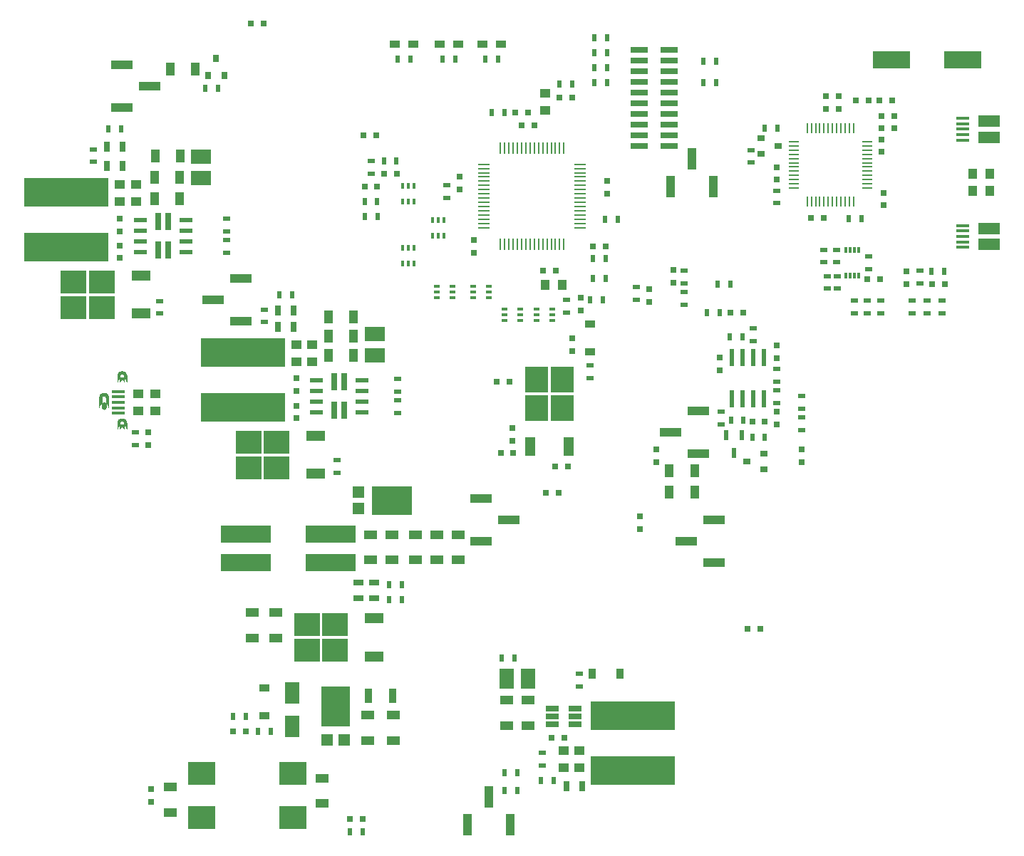
<source format=gbr>
G04 #@! TF.FileFunction,Paste,Top*
%FSLAX46Y46*%
G04 Gerber Fmt 4.6, Leading zero omitted, Abs format (unit mm)*
G04 Created by KiCad (PCBNEW 4.0.7) date 11/24/18 14:58:45*
%MOMM*%
%LPD*%
G01*
G04 APERTURE LIST*
%ADD10C,0.100000*%
%ADD11C,0.000100*%
%ADD12C,0.001000*%
%ADD13R,0.900000X0.500000*%
%ADD14R,0.750000X0.800000*%
%ADD15R,1.650000X0.400000*%
%ADD16R,2.500000X1.430000*%
%ADD17R,1.600000X1.000000*%
%ADD18R,0.800000X0.750000*%
%ADD19R,1.250000X1.000000*%
%ADD20R,1.000000X1.600000*%
%ADD21R,1.000000X1.250000*%
%ADD22R,1.800000X2.500000*%
%ADD23R,1.200000X0.900000*%
%ADD24R,0.900000X1.200000*%
%ADD25R,4.860000X3.360000*%
%ADD26R,1.400000X1.390000*%
%ADD27R,2.100000X0.750000*%
%ADD28R,1.700000X2.400000*%
%ADD29R,10.000000X3.500000*%
%ADD30R,2.400000X1.700000*%
%ADD31R,6.000000X2.150000*%
%ADD32R,2.200000X1.200000*%
%ADD33R,3.050000X2.750000*%
%ADD34R,0.900000X1.700000*%
%ADD35R,0.500000X0.900000*%
%ADD36R,0.700000X1.300000*%
%ADD37R,1.300000X0.700000*%
%ADD38R,1.200000X2.200000*%
%ADD39R,2.750000X3.050000*%
%ADD40R,3.360000X4.860000*%
%ADD41R,1.390000X1.400000*%
%ADD42R,0.400000X0.650000*%
%ADD43R,0.650000X0.400000*%
%ADD44R,1.000000X2.510000*%
%ADD45R,2.510000X1.000000*%
%ADD46R,3.200000X2.700000*%
%ADD47R,1.500000X0.450000*%
%ADD48R,0.100000X0.100000*%
%ADD49R,1.300000X0.250000*%
%ADD50R,0.250000X1.300000*%
%ADD51R,1.473200X0.279400*%
%ADD52R,0.279400X1.473200*%
%ADD53R,4.500000X2.000000*%
%ADD54R,1.560000X0.650000*%
%ADD55R,1.550000X0.600000*%
%ADD56R,0.705000X2.040000*%
%ADD57R,0.900000X0.800000*%
%ADD58R,0.800000X0.900000*%
%ADD59R,0.600000X2.000000*%
%ADD60R,0.300000X0.800000*%
%ADD61R,0.600000X1.300000*%
G04 APERTURE END LIST*
D10*
D11*
G36*
X11970020Y-46482020D02*
X11970020Y-45912020D01*
X11970020Y-45882894D01*
X11963860Y-45824911D01*
X11951610Y-45767903D01*
X11933400Y-45712510D01*
X11909440Y-45659351D01*
X11879990Y-45609023D01*
X11845390Y-45562088D01*
X11806030Y-45519073D01*
X11762330Y-45480460D01*
X11714810Y-45446680D01*
X11663970Y-45418110D01*
X11610410Y-45395080D01*
X11554710Y-45377830D01*
X11497490Y-45366570D01*
X11439410Y-45361420D01*
X11381110Y-45362430D01*
X11323250Y-45369600D01*
X11266460Y-45382850D01*
X11211390Y-45402020D01*
X11158660Y-45426910D01*
X11108860Y-45457230D01*
X11062530Y-45492640D01*
X11020210Y-45532751D01*
X10982360Y-45577110D01*
X10949420Y-45625220D01*
X10921740Y-45676543D01*
X10899650Y-45730503D01*
X10883380Y-45786496D01*
X10873110Y-45843896D01*
X10868980Y-45902058D01*
X10870020Y-45932020D01*
X10870020Y-46492020D01*
X11170020Y-46492020D01*
X11170020Y-45932020D01*
X11170020Y-45918930D01*
X11172760Y-45892870D01*
X11178200Y-45867238D01*
X11186300Y-45842316D01*
X11196960Y-45818378D01*
X11210060Y-45795684D01*
X11225460Y-45774484D01*
X11242990Y-45755010D01*
X11262470Y-45737475D01*
X11283660Y-45722072D01*
X11306360Y-45708969D01*
X11330290Y-45698309D01*
X11355220Y-45690211D01*
X11380850Y-45684762D01*
X11406910Y-45682021D01*
X11433110Y-45682020D01*
X11459170Y-45684758D01*
X11484800Y-45690205D01*
X11509720Y-45698301D01*
X11533660Y-45708958D01*
X11556360Y-45722059D01*
X11577560Y-45737460D01*
X11597030Y-45754993D01*
X11614570Y-45774465D01*
X11629970Y-45795664D01*
X11643070Y-45818356D01*
X11653730Y-45842294D01*
X11661830Y-45867215D01*
X11667280Y-45892846D01*
X11670020Y-45918906D01*
X11670020Y-45932020D01*
X11670020Y-46482020D01*
X11970020Y-46482020D01*
G37*
X11970020Y-46482020D02*
X11970020Y-45912020D01*
X11970020Y-45882894D01*
X11963860Y-45824911D01*
X11951610Y-45767903D01*
X11933400Y-45712510D01*
X11909440Y-45659351D01*
X11879990Y-45609023D01*
X11845390Y-45562088D01*
X11806030Y-45519073D01*
X11762330Y-45480460D01*
X11714810Y-45446680D01*
X11663970Y-45418110D01*
X11610410Y-45395080D01*
X11554710Y-45377830D01*
X11497490Y-45366570D01*
X11439410Y-45361420D01*
X11381110Y-45362430D01*
X11323250Y-45369600D01*
X11266460Y-45382850D01*
X11211390Y-45402020D01*
X11158660Y-45426910D01*
X11108860Y-45457230D01*
X11062530Y-45492640D01*
X11020210Y-45532751D01*
X10982360Y-45577110D01*
X10949420Y-45625220D01*
X10921740Y-45676543D01*
X10899650Y-45730503D01*
X10883380Y-45786496D01*
X10873110Y-45843896D01*
X10868980Y-45902058D01*
X10870020Y-45932020D01*
X10870020Y-46492020D01*
X11170020Y-46492020D01*
X11170020Y-45932020D01*
X11170020Y-45918930D01*
X11172760Y-45892870D01*
X11178200Y-45867238D01*
X11186300Y-45842316D01*
X11196960Y-45818378D01*
X11210060Y-45795684D01*
X11225460Y-45774484D01*
X11242990Y-45755010D01*
X11262470Y-45737475D01*
X11283660Y-45722072D01*
X11306360Y-45708969D01*
X11330290Y-45698309D01*
X11355220Y-45690211D01*
X11380850Y-45684762D01*
X11406910Y-45682021D01*
X11433110Y-45682020D01*
X11459170Y-45684758D01*
X11484800Y-45690205D01*
X11509720Y-45698301D01*
X11533660Y-45708958D01*
X11556360Y-45722059D01*
X11577560Y-45737460D01*
X11597030Y-45754993D01*
X11614570Y-45774465D01*
X11629970Y-45795664D01*
X11643070Y-45818356D01*
X11653730Y-45842294D01*
X11661830Y-45867215D01*
X11667280Y-45892846D01*
X11670020Y-45918906D01*
X11670020Y-45932020D01*
X11670020Y-46482020D01*
X11970020Y-46482020D01*
G36*
X10870020Y-46482020D02*
X10870020Y-47052020D01*
X10870020Y-47023531D01*
X10875910Y-46966811D01*
X10887640Y-46911004D01*
X10905070Y-46856707D01*
X10928020Y-46804503D01*
X10956240Y-46754951D01*
X10989430Y-46708582D01*
X11027240Y-46665893D01*
X11069260Y-46627341D01*
X11115040Y-46593338D01*
X11164090Y-46564251D01*
X11215880Y-46540389D01*
X11269860Y-46522009D01*
X11325460Y-46509308D01*
X11382070Y-46502422D01*
X11439080Y-46501424D01*
X11495900Y-46506325D01*
X11551900Y-46517073D01*
X11606490Y-46533553D01*
X11659090Y-46555588D01*
X11709130Y-46582941D01*
X11756070Y-46615321D01*
X11799410Y-46652379D01*
X11838690Y-46693719D01*
X11873490Y-46738898D01*
X11903430Y-46787432D01*
X11928190Y-46838801D01*
X11947510Y-46892455D01*
X11961180Y-46947818D01*
X11969050Y-47004297D01*
X11970020Y-47032020D01*
X11970020Y-46472020D01*
X11670020Y-46472020D01*
X11670020Y-47032020D01*
X11670020Y-47045110D01*
X11667280Y-47071170D01*
X11661840Y-47096802D01*
X11653740Y-47121724D01*
X11643080Y-47145662D01*
X11629980Y-47168356D01*
X11614580Y-47189556D01*
X11597050Y-47209030D01*
X11577570Y-47226565D01*
X11556380Y-47241968D01*
X11533680Y-47255071D01*
X11509750Y-47265731D01*
X11484820Y-47273829D01*
X11459190Y-47279278D01*
X11433130Y-47282019D01*
X11406930Y-47282020D01*
X11380870Y-47279282D01*
X11355240Y-47273835D01*
X11330320Y-47265739D01*
X11306380Y-47255082D01*
X11283680Y-47241981D01*
X11262480Y-47226580D01*
X11243010Y-47209047D01*
X11225470Y-47189575D01*
X11210070Y-47168376D01*
X11196970Y-47145684D01*
X11186310Y-47121746D01*
X11178210Y-47096825D01*
X11172760Y-47071194D01*
X11170020Y-47045134D01*
X11170020Y-47032020D01*
X11170020Y-46482020D01*
X10870020Y-46482020D01*
G37*
X10870020Y-46482020D02*
X10870020Y-47052020D01*
X10870020Y-47023531D01*
X10875910Y-46966811D01*
X10887640Y-46911004D01*
X10905070Y-46856707D01*
X10928020Y-46804503D01*
X10956240Y-46754951D01*
X10989430Y-46708582D01*
X11027240Y-46665893D01*
X11069260Y-46627341D01*
X11115040Y-46593338D01*
X11164090Y-46564251D01*
X11215880Y-46540389D01*
X11269860Y-46522009D01*
X11325460Y-46509308D01*
X11382070Y-46502422D01*
X11439080Y-46501424D01*
X11495900Y-46506325D01*
X11551900Y-46517073D01*
X11606490Y-46533553D01*
X11659090Y-46555588D01*
X11709130Y-46582941D01*
X11756070Y-46615321D01*
X11799410Y-46652379D01*
X11838690Y-46693719D01*
X11873490Y-46738898D01*
X11903430Y-46787432D01*
X11928190Y-46838801D01*
X11947510Y-46892455D01*
X11961180Y-46947818D01*
X11969050Y-47004297D01*
X11970020Y-47032020D01*
X11970020Y-46472020D01*
X11670020Y-46472020D01*
X11670020Y-47032020D01*
X11670020Y-47045110D01*
X11667280Y-47071170D01*
X11661840Y-47096802D01*
X11653740Y-47121724D01*
X11643080Y-47145662D01*
X11629980Y-47168356D01*
X11614580Y-47189556D01*
X11597050Y-47209030D01*
X11577570Y-47226565D01*
X11556380Y-47241968D01*
X11533680Y-47255071D01*
X11509750Y-47265731D01*
X11484820Y-47273829D01*
X11459190Y-47279278D01*
X11433130Y-47282019D01*
X11406930Y-47282020D01*
X11380870Y-47279282D01*
X11355240Y-47273835D01*
X11330320Y-47265739D01*
X11306380Y-47255082D01*
X11283680Y-47241981D01*
X11262480Y-47226580D01*
X11243010Y-47209047D01*
X11225470Y-47189575D01*
X11210070Y-47168376D01*
X11196970Y-47145684D01*
X11186310Y-47121746D01*
X11178210Y-47096825D01*
X11172760Y-47071194D01*
X11170020Y-47045134D01*
X11170020Y-47032020D01*
X11170020Y-46482020D01*
X10870020Y-46482020D01*
D12*
G36*
X13820020Y-49282020D02*
X13820020Y-48932020D01*
X13820020Y-48918780D01*
X13817220Y-48892420D01*
X13811650Y-48866510D01*
X13803372Y-48841330D01*
X13792480Y-48817160D01*
X13779095Y-48794280D01*
X13763367Y-48772950D01*
X13745472Y-48753390D01*
X13725610Y-48735840D01*
X13704005Y-48720490D01*
X13680898Y-48707500D01*
X13656548Y-48697030D01*
X13631228Y-48689190D01*
X13605221Y-48684070D01*
X13578819Y-48681730D01*
X13552316Y-48682190D01*
X13526011Y-48685450D01*
X13500198Y-48691470D01*
X13475166Y-48700180D01*
X13451195Y-48711500D01*
X13428554Y-48725280D01*
X13407497Y-48741380D01*
X13388258Y-48759610D01*
X13371055Y-48779780D01*
X13356079Y-48801650D01*
X13343498Y-48824980D01*
X13333453Y-48849500D01*
X13326056Y-48874960D01*
X13321392Y-48901050D01*
X13319511Y-48927490D01*
X13320020Y-48942020D01*
X13320020Y-49282020D01*
X13020020Y-49282020D01*
X13020020Y-48932020D01*
X13020020Y-48903380D01*
X13025977Y-48846360D01*
X13037829Y-48790270D01*
X13055448Y-48735710D01*
X13078643Y-48683280D01*
X13107162Y-48633540D01*
X13140697Y-48587040D01*
X13178884Y-48544280D01*
X13221309Y-48505710D01*
X13267513Y-48471770D01*
X13316996Y-48442810D01*
X13369220Y-48419160D01*
X13423620Y-48401060D01*
X13479607Y-48388710D01*
X13536575Y-48382250D01*
X13593905Y-48381750D01*
X13650977Y-48387210D01*
X13707172Y-48398570D01*
X13761881Y-48415710D01*
X13814513Y-48438450D01*
X13864495Y-48466530D01*
X13911288Y-48499660D01*
X13954383Y-48537470D01*
X13993315Y-48579560D01*
X14027660Y-48625460D01*
X14057048Y-48674690D01*
X14081159Y-48726710D01*
X14099733Y-48780950D01*
X14112567Y-48836830D01*
X14119524Y-48893730D01*
X14120020Y-48922020D01*
X14120020Y-49282020D01*
X13820020Y-49282020D01*
G37*
X13820020Y-49282020D02*
X13820020Y-48932020D01*
X13820020Y-48918780D01*
X13817220Y-48892420D01*
X13811650Y-48866510D01*
X13803372Y-48841330D01*
X13792480Y-48817160D01*
X13779095Y-48794280D01*
X13763367Y-48772950D01*
X13745472Y-48753390D01*
X13725610Y-48735840D01*
X13704005Y-48720490D01*
X13680898Y-48707500D01*
X13656548Y-48697030D01*
X13631228Y-48689190D01*
X13605221Y-48684070D01*
X13578819Y-48681730D01*
X13552316Y-48682190D01*
X13526011Y-48685450D01*
X13500198Y-48691470D01*
X13475166Y-48700180D01*
X13451195Y-48711500D01*
X13428554Y-48725280D01*
X13407497Y-48741380D01*
X13388258Y-48759610D01*
X13371055Y-48779780D01*
X13356079Y-48801650D01*
X13343498Y-48824980D01*
X13333453Y-48849500D01*
X13326056Y-48874960D01*
X13321392Y-48901050D01*
X13319511Y-48927490D01*
X13320020Y-48942020D01*
X13320020Y-49282020D01*
X13020020Y-49282020D01*
X13020020Y-48932020D01*
X13020020Y-48903380D01*
X13025977Y-48846360D01*
X13037829Y-48790270D01*
X13055448Y-48735710D01*
X13078643Y-48683280D01*
X13107162Y-48633540D01*
X13140697Y-48587040D01*
X13178884Y-48544280D01*
X13221309Y-48505710D01*
X13267513Y-48471770D01*
X13316996Y-48442810D01*
X13369220Y-48419160D01*
X13423620Y-48401060D01*
X13479607Y-48388710D01*
X13536575Y-48382250D01*
X13593905Y-48381750D01*
X13650977Y-48387210D01*
X13707172Y-48398570D01*
X13761881Y-48415710D01*
X13814513Y-48438450D01*
X13864495Y-48466530D01*
X13911288Y-48499660D01*
X13954383Y-48537470D01*
X13993315Y-48579560D01*
X14027660Y-48625460D01*
X14057048Y-48674690D01*
X14081159Y-48726710D01*
X14099733Y-48780950D01*
X14112567Y-48836830D01*
X14119524Y-48893730D01*
X14120020Y-48922020D01*
X14120020Y-49282020D01*
X13820020Y-49282020D01*
G36*
X13320020Y-49282020D02*
X13320020Y-49632020D01*
X13320020Y-49619070D01*
X13322698Y-49593290D01*
X13328028Y-49567920D01*
X13335951Y-49543240D01*
X13346383Y-49519510D01*
X13359213Y-49496980D01*
X13374302Y-49475900D01*
X13391489Y-49456500D01*
X13410590Y-49438970D01*
X13431400Y-49423520D01*
X13453697Y-49410290D01*
X13477241Y-49399450D01*
X13501780Y-49391090D01*
X13527052Y-49385320D01*
X13552784Y-49382190D01*
X13578703Y-49381730D01*
X13604530Y-49383960D01*
X13629987Y-49388850D01*
X13654804Y-49396340D01*
X13678713Y-49406350D01*
X13701459Y-49418790D01*
X13722797Y-49433510D01*
X13742500Y-49450350D01*
X13760355Y-49469150D01*
X13776173Y-49489680D01*
X13789783Y-49511750D01*
X13801039Y-49535100D01*
X13809821Y-49559490D01*
X13816035Y-49584650D01*
X13819614Y-49610330D01*
X13820020Y-49622020D01*
X13820020Y-49282020D01*
X14120020Y-49282020D01*
X14120020Y-49632020D01*
X14120020Y-49603060D01*
X14113929Y-49545410D01*
X14101813Y-49488710D01*
X14083804Y-49433610D01*
X14060103Y-49380700D01*
X14030973Y-49330570D01*
X13996735Y-49283790D01*
X13957770Y-49240860D01*
X13914509Y-49202270D01*
X13867431Y-49168440D01*
X13817057Y-49139740D01*
X13763947Y-49116500D01*
X13708687Y-49098960D01*
X13651891Y-49087340D01*
X13594187Y-49081740D01*
X13536215Y-49082250D01*
X13478617Y-49088840D01*
X13422032Y-49101450D01*
X13367085Y-49119940D01*
X13314386Y-49144100D01*
X13264518Y-49173670D01*
X13218034Y-49208310D01*
X13175449Y-49247650D01*
X13137234Y-49291250D01*
X13103814Y-49338620D01*
X13075558Y-49389240D01*
X13052779Y-49442550D01*
X13035729Y-49497960D01*
X13024598Y-49554860D01*
X13019509Y-49612610D01*
X13020020Y-49642020D01*
X13020020Y-49282020D01*
X13320020Y-49282020D01*
G37*
X13320020Y-49282020D02*
X13320020Y-49632020D01*
X13320020Y-49619070D01*
X13322698Y-49593290D01*
X13328028Y-49567920D01*
X13335951Y-49543240D01*
X13346383Y-49519510D01*
X13359213Y-49496980D01*
X13374302Y-49475900D01*
X13391489Y-49456500D01*
X13410590Y-49438970D01*
X13431400Y-49423520D01*
X13453697Y-49410290D01*
X13477241Y-49399450D01*
X13501780Y-49391090D01*
X13527052Y-49385320D01*
X13552784Y-49382190D01*
X13578703Y-49381730D01*
X13604530Y-49383960D01*
X13629987Y-49388850D01*
X13654804Y-49396340D01*
X13678713Y-49406350D01*
X13701459Y-49418790D01*
X13722797Y-49433510D01*
X13742500Y-49450350D01*
X13760355Y-49469150D01*
X13776173Y-49489680D01*
X13789783Y-49511750D01*
X13801039Y-49535100D01*
X13809821Y-49559490D01*
X13816035Y-49584650D01*
X13819614Y-49610330D01*
X13820020Y-49622020D01*
X13820020Y-49282020D01*
X14120020Y-49282020D01*
X14120020Y-49632020D01*
X14120020Y-49603060D01*
X14113929Y-49545410D01*
X14101813Y-49488710D01*
X14083804Y-49433610D01*
X14060103Y-49380700D01*
X14030973Y-49330570D01*
X13996735Y-49283790D01*
X13957770Y-49240860D01*
X13914509Y-49202270D01*
X13867431Y-49168440D01*
X13817057Y-49139740D01*
X13763947Y-49116500D01*
X13708687Y-49098960D01*
X13651891Y-49087340D01*
X13594187Y-49081740D01*
X13536215Y-49082250D01*
X13478617Y-49088840D01*
X13422032Y-49101450D01*
X13367085Y-49119940D01*
X13314386Y-49144100D01*
X13264518Y-49173670D01*
X13218034Y-49208310D01*
X13175449Y-49247650D01*
X13137234Y-49291250D01*
X13103814Y-49338620D01*
X13075558Y-49389240D01*
X13052779Y-49442550D01*
X13035729Y-49497960D01*
X13024598Y-49554860D01*
X13019509Y-49612610D01*
X13020020Y-49642020D01*
X13020020Y-49282020D01*
X13320020Y-49282020D01*
G36*
X13820020Y-43682020D02*
X13820020Y-43332020D01*
X13820020Y-43318780D01*
X13817220Y-43292420D01*
X13811650Y-43266510D01*
X13803372Y-43241330D01*
X13792480Y-43217160D01*
X13779095Y-43194280D01*
X13763367Y-43172950D01*
X13745472Y-43153390D01*
X13725610Y-43135840D01*
X13704005Y-43120490D01*
X13680898Y-43107500D01*
X13656548Y-43097030D01*
X13631228Y-43089190D01*
X13605221Y-43084070D01*
X13578819Y-43081730D01*
X13552316Y-43082190D01*
X13526011Y-43085450D01*
X13500198Y-43091470D01*
X13475166Y-43100180D01*
X13451195Y-43111500D01*
X13428554Y-43125280D01*
X13407497Y-43141380D01*
X13388258Y-43159610D01*
X13371055Y-43179780D01*
X13356079Y-43201650D01*
X13343498Y-43224980D01*
X13333453Y-43249500D01*
X13326056Y-43274960D01*
X13321392Y-43301050D01*
X13319511Y-43327490D01*
X13320020Y-43342020D01*
X13320020Y-43682020D01*
X13020020Y-43682020D01*
X13020020Y-43332020D01*
X13020020Y-43303380D01*
X13025977Y-43246360D01*
X13037829Y-43190270D01*
X13055448Y-43135710D01*
X13078643Y-43083280D01*
X13107162Y-43033540D01*
X13140697Y-42987040D01*
X13178884Y-42944280D01*
X13221309Y-42905710D01*
X13267513Y-42871770D01*
X13316996Y-42842810D01*
X13369220Y-42819160D01*
X13423620Y-42801060D01*
X13479607Y-42788710D01*
X13536575Y-42782250D01*
X13593905Y-42781750D01*
X13650977Y-42787210D01*
X13707172Y-42798570D01*
X13761881Y-42815710D01*
X13814513Y-42838450D01*
X13864495Y-42866530D01*
X13911288Y-42899660D01*
X13954383Y-42937470D01*
X13993315Y-42979560D01*
X14027660Y-43025460D01*
X14057048Y-43074690D01*
X14081159Y-43126710D01*
X14099733Y-43180950D01*
X14112567Y-43236830D01*
X14119524Y-43293730D01*
X14120020Y-43322020D01*
X14120020Y-43682020D01*
X13820020Y-43682020D01*
G37*
X13820020Y-43682020D02*
X13820020Y-43332020D01*
X13820020Y-43318780D01*
X13817220Y-43292420D01*
X13811650Y-43266510D01*
X13803372Y-43241330D01*
X13792480Y-43217160D01*
X13779095Y-43194280D01*
X13763367Y-43172950D01*
X13745472Y-43153390D01*
X13725610Y-43135840D01*
X13704005Y-43120490D01*
X13680898Y-43107500D01*
X13656548Y-43097030D01*
X13631228Y-43089190D01*
X13605221Y-43084070D01*
X13578819Y-43081730D01*
X13552316Y-43082190D01*
X13526011Y-43085450D01*
X13500198Y-43091470D01*
X13475166Y-43100180D01*
X13451195Y-43111500D01*
X13428554Y-43125280D01*
X13407497Y-43141380D01*
X13388258Y-43159610D01*
X13371055Y-43179780D01*
X13356079Y-43201650D01*
X13343498Y-43224980D01*
X13333453Y-43249500D01*
X13326056Y-43274960D01*
X13321392Y-43301050D01*
X13319511Y-43327490D01*
X13320020Y-43342020D01*
X13320020Y-43682020D01*
X13020020Y-43682020D01*
X13020020Y-43332020D01*
X13020020Y-43303380D01*
X13025977Y-43246360D01*
X13037829Y-43190270D01*
X13055448Y-43135710D01*
X13078643Y-43083280D01*
X13107162Y-43033540D01*
X13140697Y-42987040D01*
X13178884Y-42944280D01*
X13221309Y-42905710D01*
X13267513Y-42871770D01*
X13316996Y-42842810D01*
X13369220Y-42819160D01*
X13423620Y-42801060D01*
X13479607Y-42788710D01*
X13536575Y-42782250D01*
X13593905Y-42781750D01*
X13650977Y-42787210D01*
X13707172Y-42798570D01*
X13761881Y-42815710D01*
X13814513Y-42838450D01*
X13864495Y-42866530D01*
X13911288Y-42899660D01*
X13954383Y-42937470D01*
X13993315Y-42979560D01*
X14027660Y-43025460D01*
X14057048Y-43074690D01*
X14081159Y-43126710D01*
X14099733Y-43180950D01*
X14112567Y-43236830D01*
X14119524Y-43293730D01*
X14120020Y-43322020D01*
X14120020Y-43682020D01*
X13820020Y-43682020D01*
G36*
X13320020Y-43682020D02*
X13320020Y-44032020D01*
X13320020Y-44019070D01*
X13322698Y-43993290D01*
X13328028Y-43967920D01*
X13335951Y-43943240D01*
X13346383Y-43919510D01*
X13359213Y-43896980D01*
X13374302Y-43875900D01*
X13391489Y-43856500D01*
X13410590Y-43838970D01*
X13431400Y-43823520D01*
X13453697Y-43810290D01*
X13477241Y-43799450D01*
X13501780Y-43791090D01*
X13527052Y-43785320D01*
X13552784Y-43782190D01*
X13578703Y-43781730D01*
X13604530Y-43783960D01*
X13629987Y-43788850D01*
X13654804Y-43796340D01*
X13678713Y-43806350D01*
X13701459Y-43818790D01*
X13722797Y-43833510D01*
X13742500Y-43850350D01*
X13760355Y-43869150D01*
X13776173Y-43889680D01*
X13789783Y-43911750D01*
X13801039Y-43935100D01*
X13809821Y-43959490D01*
X13816035Y-43984650D01*
X13819614Y-44010330D01*
X13820020Y-44022020D01*
X13820020Y-43682020D01*
X14120020Y-43682020D01*
X14120020Y-44032020D01*
X14120020Y-44003060D01*
X14113929Y-43945410D01*
X14101813Y-43888710D01*
X14083804Y-43833610D01*
X14060103Y-43780700D01*
X14030973Y-43730570D01*
X13996735Y-43683790D01*
X13957770Y-43640860D01*
X13914509Y-43602270D01*
X13867431Y-43568440D01*
X13817057Y-43539740D01*
X13763947Y-43516500D01*
X13708687Y-43498960D01*
X13651891Y-43487340D01*
X13594187Y-43481740D01*
X13536215Y-43482250D01*
X13478617Y-43488840D01*
X13422032Y-43501450D01*
X13367085Y-43519940D01*
X13314386Y-43544100D01*
X13264518Y-43573670D01*
X13218034Y-43608310D01*
X13175449Y-43647650D01*
X13137234Y-43691250D01*
X13103814Y-43738620D01*
X13075558Y-43789240D01*
X13052779Y-43842550D01*
X13035729Y-43897960D01*
X13024598Y-43954860D01*
X13019509Y-44012610D01*
X13020020Y-44042020D01*
X13020020Y-43682020D01*
X13320020Y-43682020D01*
G37*
X13320020Y-43682020D02*
X13320020Y-44032020D01*
X13320020Y-44019070D01*
X13322698Y-43993290D01*
X13328028Y-43967920D01*
X13335951Y-43943240D01*
X13346383Y-43919510D01*
X13359213Y-43896980D01*
X13374302Y-43875900D01*
X13391489Y-43856500D01*
X13410590Y-43838970D01*
X13431400Y-43823520D01*
X13453697Y-43810290D01*
X13477241Y-43799450D01*
X13501780Y-43791090D01*
X13527052Y-43785320D01*
X13552784Y-43782190D01*
X13578703Y-43781730D01*
X13604530Y-43783960D01*
X13629987Y-43788850D01*
X13654804Y-43796340D01*
X13678713Y-43806350D01*
X13701459Y-43818790D01*
X13722797Y-43833510D01*
X13742500Y-43850350D01*
X13760355Y-43869150D01*
X13776173Y-43889680D01*
X13789783Y-43911750D01*
X13801039Y-43935100D01*
X13809821Y-43959490D01*
X13816035Y-43984650D01*
X13819614Y-44010330D01*
X13820020Y-44022020D01*
X13820020Y-43682020D01*
X14120020Y-43682020D01*
X14120020Y-44032020D01*
X14120020Y-44003060D01*
X14113929Y-43945410D01*
X14101813Y-43888710D01*
X14083804Y-43833610D01*
X14060103Y-43780700D01*
X14030973Y-43730570D01*
X13996735Y-43683790D01*
X13957770Y-43640860D01*
X13914509Y-43602270D01*
X13867431Y-43568440D01*
X13817057Y-43539740D01*
X13763947Y-43516500D01*
X13708687Y-43498960D01*
X13651891Y-43487340D01*
X13594187Y-43481740D01*
X13536215Y-43482250D01*
X13478617Y-43488840D01*
X13422032Y-43501450D01*
X13367085Y-43519940D01*
X13314386Y-43544100D01*
X13264518Y-43573670D01*
X13218034Y-43608310D01*
X13175449Y-43647650D01*
X13137234Y-43691250D01*
X13103814Y-43738620D01*
X13075558Y-43789240D01*
X13052779Y-43842550D01*
X13035729Y-43897960D01*
X13024598Y-43954860D01*
X13019509Y-44012610D01*
X13020020Y-44042020D01*
X13020020Y-43682020D01*
X13320020Y-43682020D01*
D13*
X18034020Y-34429020D03*
X18034020Y-35929020D03*
D14*
X13335020Y-29325020D03*
X13335020Y-27825020D03*
D13*
X26035020Y-24650020D03*
X26035020Y-26150020D03*
X26035020Y-27190020D03*
X26035020Y-28690020D03*
D15*
X113500000Y-28050000D03*
X113500000Y-27400000D03*
X113500000Y-26750000D03*
X113500000Y-26100000D03*
X113500000Y-25450000D03*
D16*
X116620000Y-27710000D03*
X116620000Y-25790000D03*
D14*
X17018020Y-93968020D03*
X17018020Y-92468020D03*
D17*
X19304020Y-92226020D03*
X19304020Y-95226020D03*
X37338020Y-91186020D03*
X37338020Y-94186020D03*
X42766000Y-83684000D03*
X42766000Y-86684000D03*
X45814000Y-83684000D03*
X45814000Y-86684000D03*
D18*
X42397000Y-20811816D03*
X43897000Y-20811816D03*
X26785132Y-85588642D03*
X28285132Y-85588642D03*
D17*
X59276000Y-81906000D03*
X59276000Y-84906000D03*
X61816000Y-81906000D03*
X61816000Y-84906000D03*
D19*
X67945020Y-89900020D03*
X67945020Y-87900020D03*
X66040020Y-89900020D03*
X66040020Y-87900020D03*
D18*
X71026421Y-27893237D03*
X69526421Y-27893237D03*
X66155020Y-86360020D03*
X64655020Y-86360020D03*
X46216020Y-19304020D03*
X44716020Y-19304020D03*
D14*
X67056020Y-38874020D03*
X67056020Y-40374020D03*
D20*
X20550020Y-17145020D03*
X17550020Y-17145020D03*
X20438006Y-19685020D03*
X17438006Y-19685020D03*
X20438006Y-22225020D03*
X17438006Y-22225020D03*
D19*
X13335020Y-20590020D03*
X13335020Y-22590020D03*
X15240020Y-20590020D03*
X15240020Y-22590020D03*
D20*
X41124020Y-36322020D03*
X38124020Y-36322020D03*
X41091000Y-40894020D03*
X38091000Y-40894020D03*
X41124020Y-38608020D03*
X38124020Y-38608020D03*
D19*
X36195020Y-39640020D03*
X36195020Y-41640020D03*
X34290020Y-39640020D03*
X34290020Y-41640020D03*
D14*
X68072020Y-35548020D03*
X68072020Y-34048020D03*
D18*
X61804000Y-12032000D03*
X60304000Y-12032000D03*
D14*
X53688000Y-21164000D03*
X53688000Y-19664000D03*
X71214000Y-21672000D03*
X71214000Y-20172000D03*
D18*
X63606000Y-30828000D03*
X65106000Y-30828000D03*
D14*
X55372020Y-28690020D03*
X55372020Y-27190020D03*
D18*
X61066000Y-13556000D03*
X62566000Y-13556000D03*
D19*
X63848000Y-11762000D03*
X63848000Y-9762000D03*
D21*
X65864000Y-32512020D03*
X63864000Y-32512020D03*
D14*
X105359618Y-12408082D03*
X105359618Y-13908082D03*
D18*
X97231618Y-10110082D03*
X98731618Y-10110082D03*
D14*
X103835618Y-12408082D03*
X103835618Y-13908082D03*
D18*
X97243618Y-11634082D03*
X98743618Y-11634082D03*
D14*
X104089618Y-21552082D03*
X104089618Y-23052082D03*
X103835618Y-15214082D03*
X103835618Y-16714082D03*
D18*
X105093618Y-10618082D03*
X103593618Y-10618082D03*
X100799618Y-10618082D03*
X102299618Y-10618082D03*
D14*
X91389618Y-18504082D03*
X91389618Y-20004082D03*
D18*
X96965618Y-24588082D03*
X95465618Y-24588082D03*
X87376020Y-35814020D03*
X85876020Y-35814020D03*
D19*
X17526020Y-45482020D03*
X17526020Y-47482020D03*
X15494020Y-45482020D03*
X15494020Y-47482020D03*
D14*
X16723518Y-51529972D03*
X16723518Y-50029972D03*
D17*
X31844000Y-74492000D03*
X31844000Y-71492000D03*
X29050000Y-71492000D03*
X29050000Y-74492000D03*
X45687000Y-62221000D03*
X45687000Y-65221000D03*
X43147000Y-62221000D03*
X43147000Y-65221000D03*
X53561000Y-62221000D03*
X53561000Y-65221000D03*
X51021000Y-62221000D03*
X51021000Y-65221000D03*
X48481000Y-62221000D03*
X48481000Y-65221000D03*
D22*
X33782020Y-81026020D03*
X33782020Y-85026020D03*
D23*
X30480020Y-80392020D03*
X30480020Y-83692020D03*
D24*
X69470020Y-78740020D03*
X72770020Y-78740020D03*
D23*
X69173944Y-40455174D03*
X69173944Y-37155174D03*
D25*
X45687000Y-58133000D03*
D26*
X41705000Y-57148000D03*
X41705000Y-59118000D03*
D27*
X75009600Y-15976600D03*
X78609600Y-15976600D03*
X75009600Y-14706600D03*
X78609600Y-14706600D03*
X75009600Y-13436600D03*
X78609600Y-13436600D03*
X75009600Y-12166600D03*
X78609600Y-12166600D03*
X75009600Y-10896600D03*
X78609600Y-10896600D03*
X75009600Y-9626600D03*
X78609600Y-9626600D03*
X75009600Y-8356600D03*
X78609600Y-8356600D03*
X75009600Y-7086600D03*
X78609600Y-7086600D03*
X75009600Y-5816600D03*
X78609600Y-5816600D03*
X75009600Y-4546600D03*
X78609600Y-4546600D03*
D28*
X59296000Y-79342000D03*
X61796000Y-79342000D03*
D29*
X74295020Y-83745020D03*
X74295020Y-90245020D03*
D30*
X23002006Y-17292020D03*
X23002006Y-19792020D03*
X43655000Y-38374020D03*
X43655000Y-40874020D03*
D31*
X38335000Y-62100000D03*
X38335000Y-65530000D03*
X28335000Y-65530000D03*
X28335000Y-62100000D03*
D32*
X36585020Y-54985020D03*
X36585020Y-50425020D03*
D33*
X28610020Y-51180020D03*
X31960020Y-54230020D03*
X28610020Y-54230020D03*
X31960020Y-51180020D03*
D32*
X43537000Y-76669000D03*
X43537000Y-72109000D03*
D33*
X35562000Y-72864000D03*
X38912000Y-75914000D03*
X35562000Y-75914000D03*
X38912000Y-72864000D03*
D34*
X42840000Y-81374000D03*
X45740000Y-81374000D03*
D35*
X42430020Y-24384020D03*
X43930020Y-24384020D03*
X43897000Y-22589816D03*
X42397000Y-22589816D03*
X31242020Y-85598020D03*
X29742020Y-85598020D03*
X28285132Y-83810642D03*
X26785132Y-83810642D03*
D36*
X68260020Y-92075020D03*
X66360020Y-92075020D03*
D35*
X71027447Y-31750020D03*
X69527447Y-31750020D03*
D13*
X67945020Y-80252020D03*
X67945020Y-78752020D03*
D35*
X69526421Y-29337020D03*
X71026421Y-29337020D03*
X64885020Y-91440020D03*
X63385020Y-91440020D03*
X60534000Y-92583020D03*
X59034000Y-92583020D03*
X60534000Y-90518000D03*
X59034000Y-90518000D03*
D13*
X43180020Y-19292020D03*
X43180020Y-17792020D03*
D35*
X44704020Y-17780020D03*
X46204020Y-17780020D03*
D13*
X110975642Y-35889988D03*
X110975642Y-34389988D03*
X69232344Y-43560774D03*
X69232344Y-42060774D03*
D36*
X11750020Y-18368976D03*
X13650020Y-18368976D03*
X11750020Y-16082976D03*
X13650020Y-16082976D03*
D13*
X10160020Y-17895020D03*
X10160020Y-16395020D03*
D35*
X13450020Y-13970020D03*
X11950020Y-13970020D03*
D36*
X32070020Y-35560020D03*
X33970020Y-35560020D03*
X32070020Y-37465020D03*
X33970020Y-37465020D03*
D13*
X46355020Y-46240020D03*
X46355020Y-47740020D03*
X30480020Y-36945020D03*
X30480020Y-35445020D03*
D35*
X33770020Y-33655020D03*
X32270020Y-33655020D03*
D13*
X66421020Y-34302020D03*
X66421020Y-35802020D03*
D35*
X69227020Y-34290020D03*
X70727020Y-34290020D03*
X111240020Y-30861020D03*
X109740020Y-30861020D03*
D13*
X91389618Y-21298082D03*
X91389618Y-22798082D03*
D35*
X101461020Y-24638020D03*
X99961020Y-24638020D03*
X89928020Y-13843020D03*
X91428020Y-13843020D03*
X83070020Y-35814020D03*
X84570020Y-35814020D03*
D13*
X108421758Y-30855364D03*
X108421758Y-32355364D03*
X15199518Y-50029972D03*
X15199518Y-51529972D03*
D35*
X85840020Y-32385020D03*
X84340020Y-32385020D03*
D13*
X52164000Y-22180000D03*
X52164000Y-20680000D03*
D35*
X69702000Y-3142000D03*
X71202000Y-3142000D03*
X69702000Y-4920000D03*
X71202000Y-4920000D03*
X69702000Y-6698000D03*
X71202000Y-6698000D03*
X69702000Y-8476000D03*
X71202000Y-8476000D03*
X84156000Y-8476000D03*
X82656000Y-8476000D03*
X84156000Y-5936000D03*
X82656000Y-5936000D03*
X57510000Y-12032000D03*
X59010000Y-12032000D03*
D37*
X43528000Y-69784020D03*
X43528000Y-67884020D03*
D35*
X45318000Y-69944000D03*
X46818000Y-69944000D03*
X45318000Y-68166000D03*
X46818000Y-68166000D03*
D38*
X62077347Y-51746195D03*
X66637347Y-51746195D03*
D39*
X65882347Y-43771195D03*
X62832347Y-47121195D03*
X62832347Y-43771195D03*
X65882347Y-47121195D03*
D40*
X38956000Y-82644000D03*
D41*
X37971000Y-86626000D03*
X39941000Y-86626000D03*
D42*
X46942000Y-22634000D03*
X48242000Y-22634000D03*
X47592000Y-20734000D03*
X47592000Y-22634000D03*
X48242000Y-20734000D03*
X46942000Y-20734000D03*
X50498000Y-26698000D03*
X51798000Y-26698000D03*
X51148000Y-24798000D03*
X51148000Y-26698000D03*
X51798000Y-24798000D03*
X50498000Y-24798000D03*
X46942000Y-30000000D03*
X48242000Y-30000000D03*
X47592000Y-28100000D03*
X47592000Y-30000000D03*
X48242000Y-28100000D03*
X46942000Y-28100000D03*
D43*
X52860000Y-34018000D03*
X52860000Y-32718000D03*
X50960000Y-33368000D03*
X52860000Y-33368000D03*
X50960000Y-32718000D03*
X50960000Y-34018000D03*
X57178000Y-34018000D03*
X57178000Y-32718000D03*
X55278000Y-33368000D03*
X57178000Y-33368000D03*
X55278000Y-32718000D03*
X55278000Y-34018000D03*
X60894020Y-36718020D03*
X60894020Y-35418020D03*
X58994020Y-36068020D03*
X60894020Y-36068020D03*
X58994020Y-35418020D03*
X58994020Y-36718020D03*
X64704020Y-36718020D03*
X64704020Y-35418020D03*
X62804020Y-36068020D03*
X64704020Y-36068020D03*
X62804020Y-35418020D03*
X62804020Y-36718020D03*
D44*
X81280020Y-17522020D03*
X83820020Y-20832020D03*
X78740020Y-20832020D03*
D45*
X80637020Y-62992020D03*
X83947020Y-60452020D03*
X83947020Y-65532020D03*
D46*
X23048020Y-90618020D03*
X23048020Y-95818020D03*
X33848020Y-95818020D03*
X33848020Y-90618020D03*
D18*
X109867020Y-32385020D03*
X111367020Y-32385020D03*
D14*
X106811330Y-32437344D03*
X106811330Y-30937344D03*
D21*
X114697020Y-21336020D03*
X116697020Y-21336020D03*
X114697020Y-19304020D03*
X116697020Y-19304020D03*
D14*
X76200020Y-33032020D03*
X76200020Y-34532020D03*
D23*
X48184000Y-3904000D03*
X45984000Y-3904000D03*
X53518000Y-3904000D03*
X51318000Y-3904000D03*
X58598000Y-3904000D03*
X56398000Y-3904000D03*
D13*
X94361020Y-47232020D03*
X94361020Y-45732020D03*
X94361020Y-48272020D03*
X94361020Y-49772020D03*
X74676020Y-34278020D03*
X74676020Y-32778020D03*
X102115225Y-35910767D03*
X102115225Y-34410767D03*
X107419642Y-35889988D03*
X107419642Y-34389988D03*
X103766225Y-35910767D03*
X103766225Y-34410767D03*
X109197642Y-34389988D03*
X109197642Y-35889988D03*
X100591225Y-34410767D03*
X100591225Y-35910767D03*
D35*
X47834000Y-5682000D03*
X46334000Y-5682000D03*
X53168000Y-5682000D03*
X51668000Y-5682000D03*
X58248000Y-5682000D03*
X56748000Y-5682000D03*
X23507020Y-9144020D03*
X25007020Y-9144020D03*
X70972000Y-24732000D03*
X72472000Y-24732000D03*
D13*
X88341618Y-16472082D03*
X88341618Y-17972082D03*
D18*
X65036020Y-54102020D03*
X66536020Y-54102020D03*
D14*
X59944020Y-51042020D03*
X59944020Y-49542020D03*
D18*
X89396020Y-73406020D03*
X87896020Y-73406020D03*
D14*
X77089020Y-53582000D03*
X77089020Y-52082000D03*
X94361020Y-53582020D03*
X94361020Y-52082020D03*
D20*
X19328020Y-6858020D03*
X22328020Y-6858020D03*
D15*
X113500000Y-15300000D03*
X113500000Y-14650000D03*
X113500000Y-14000000D03*
X113500000Y-13350000D03*
X113500000Y-12700000D03*
D16*
X116620000Y-14960000D03*
X116620000Y-13040000D03*
D37*
X41656020Y-69784020D03*
X41656020Y-67884020D03*
D47*
X13130020Y-45182020D03*
X13130020Y-45832020D03*
X13130020Y-46482020D03*
X13130020Y-47132020D03*
X13130020Y-47782020D03*
D48*
X11430020Y-47462020D03*
X13570020Y-44392020D03*
X13570020Y-50042020D03*
D49*
X102089618Y-20988082D03*
X102089618Y-20488082D03*
X102089618Y-19988082D03*
X102089618Y-19488082D03*
X102089618Y-18988082D03*
X102089618Y-18488082D03*
X102089618Y-17988082D03*
X102089618Y-17488082D03*
X102089618Y-16988082D03*
X102089618Y-16488082D03*
X102089618Y-15988082D03*
X102089618Y-15488082D03*
D50*
X100489618Y-13888082D03*
X99989618Y-13888082D03*
X99489618Y-13888082D03*
X98989618Y-13888082D03*
X98489618Y-13888082D03*
X97989618Y-13888082D03*
X97489618Y-13888082D03*
X96989618Y-13888082D03*
X96489618Y-13888082D03*
X95989618Y-13888082D03*
X95489618Y-13888082D03*
X94989618Y-13888082D03*
D49*
X93389618Y-15488082D03*
X93389618Y-15988082D03*
X93389618Y-16488082D03*
X93389618Y-16988082D03*
X93389618Y-17488082D03*
X93389618Y-17988082D03*
X93389618Y-18488082D03*
X93389618Y-18988082D03*
X93389618Y-19488082D03*
X93389618Y-19988082D03*
X93389618Y-20488082D03*
X93389618Y-20988082D03*
D50*
X94989618Y-22588082D03*
X95489618Y-22588082D03*
X95989618Y-22588082D03*
X96489618Y-22588082D03*
X96989618Y-22588082D03*
X97489618Y-22588082D03*
X97989618Y-22588082D03*
X98489618Y-22588082D03*
X98989618Y-22588082D03*
X99489618Y-22588082D03*
X99989618Y-22588082D03*
X100489618Y-22588082D03*
D18*
X30404520Y-1460520D03*
X28904520Y-1460520D03*
X59602520Y-44005520D03*
X58102520Y-44005520D03*
X60071020Y-52451020D03*
X58571020Y-52451020D03*
X65468520Y-57213520D03*
X63968520Y-57213520D03*
D14*
X75120520Y-60019520D03*
X75120520Y-61519520D03*
D18*
X43751520Y-14732020D03*
X42251520Y-14732020D03*
X65556020Y-10223520D03*
X67056020Y-10223520D03*
D35*
X65544020Y-8636020D03*
X67044020Y-8636020D03*
D51*
X56609000Y-18178800D03*
X56609000Y-18686800D03*
X56609000Y-19194800D03*
X56609000Y-19677400D03*
X56609000Y-20185400D03*
X56609000Y-20693400D03*
X56609000Y-21176000D03*
X56609000Y-21684000D03*
X56609000Y-22192000D03*
X56609000Y-22700000D03*
X56609000Y-23182600D03*
X56609000Y-23690600D03*
X56609000Y-24198600D03*
X56609000Y-24681200D03*
X56609000Y-25189200D03*
X56609000Y-25697200D03*
D52*
X58564800Y-27653000D03*
X59072800Y-27653000D03*
X59580800Y-27653000D03*
X60063400Y-27653000D03*
X60571400Y-27653000D03*
X61079400Y-27653000D03*
X61562000Y-27653000D03*
X62070000Y-27653000D03*
X62578000Y-27653000D03*
X63086000Y-27653000D03*
X63568600Y-27653000D03*
X64076600Y-27653000D03*
X64584600Y-27653000D03*
X65067200Y-27653000D03*
X65575200Y-27653000D03*
X66083200Y-27653000D03*
D51*
X68039000Y-25697200D03*
X68039000Y-25189200D03*
X68039000Y-24681200D03*
X68039000Y-24198600D03*
X68039000Y-23690600D03*
X68039000Y-23182600D03*
X68039000Y-22700000D03*
X68039000Y-22192000D03*
X68039000Y-21684000D03*
X68039000Y-21176000D03*
X68039000Y-20693400D03*
X68039000Y-20185400D03*
X68039000Y-19677400D03*
X68039000Y-19194800D03*
X68039000Y-18686800D03*
X68039000Y-18178800D03*
D52*
X66083200Y-16223000D03*
X65575200Y-16223000D03*
X65067200Y-16223000D03*
X64584600Y-16223000D03*
X64076600Y-16223000D03*
X63568600Y-16223000D03*
X63086000Y-16223000D03*
X62578000Y-16223000D03*
X62070000Y-16223000D03*
X61562000Y-16223000D03*
X61079400Y-16223000D03*
X60571400Y-16223000D03*
X60063400Y-16223000D03*
X59580800Y-16223000D03*
X59072800Y-16223000D03*
X58564800Y-16223000D03*
D53*
X113470020Y-5792082D03*
X104970020Y-5792082D03*
D18*
X40652020Y-96012020D03*
X42152020Y-96012020D03*
D35*
X42152020Y-97536020D03*
X40652020Y-97536020D03*
D54*
X67390020Y-84770020D03*
X67390020Y-83820020D03*
X67390020Y-82870020D03*
X64690020Y-82870020D03*
X64690020Y-84770020D03*
X64690020Y-83820020D03*
D55*
X36717520Y-43815020D03*
X36717520Y-45085020D03*
X36717520Y-46355020D03*
X36717520Y-47625020D03*
X42117520Y-47625020D03*
X42117520Y-46355020D03*
X42117520Y-45085020D03*
X42117520Y-43815020D03*
D56*
X40005020Y-47420020D03*
X40005020Y-44020020D03*
X38830020Y-47420020D03*
X38830020Y-44020020D03*
D55*
X15762520Y-24765020D03*
X15762520Y-26035020D03*
X15762520Y-27305020D03*
X15762520Y-28575020D03*
X21162520Y-28575020D03*
X21162520Y-27305020D03*
X21162520Y-26035020D03*
X21162520Y-24765020D03*
D56*
X19050020Y-28370020D03*
X19050020Y-24970020D03*
X17875020Y-28370020D03*
X17875020Y-24970020D03*
D14*
X34290020Y-48375020D03*
X34290020Y-46875020D03*
X34290020Y-43585020D03*
X34290020Y-45085020D03*
X13335020Y-24650020D03*
X13335020Y-26150020D03*
D29*
X6985020Y-28015020D03*
X6985020Y-21515020D03*
X27940020Y-47065020D03*
X27940020Y-40565020D03*
D32*
X15825020Y-35935020D03*
X15825020Y-31375020D03*
D33*
X7850020Y-32130020D03*
X11200020Y-35180020D03*
X7850020Y-35180020D03*
X11200020Y-32130020D03*
D13*
X63500020Y-89650020D03*
X63500020Y-88150020D03*
X39116020Y-53352020D03*
X39116020Y-54852020D03*
X46355020Y-43700020D03*
X46355020Y-45200020D03*
D35*
X58686020Y-76835020D03*
X60186020Y-76835020D03*
D18*
X89966827Y-48739421D03*
X88466827Y-48739421D03*
D14*
X91375827Y-49108421D03*
X91375827Y-47608421D03*
D18*
X103640793Y-31787045D03*
X102140793Y-31787045D03*
D14*
X91375827Y-39734421D03*
X91375827Y-41234421D03*
X84582020Y-42660020D03*
X84582020Y-41160020D03*
D20*
X78629271Y-54634489D03*
X81629271Y-54634489D03*
X78629271Y-57174489D03*
X81629271Y-57174489D03*
D14*
X79075120Y-30725062D03*
X79075120Y-32225062D03*
D44*
X57150020Y-93345020D03*
X59690020Y-96655020D03*
X54610020Y-96655020D03*
D45*
X24380020Y-34290020D03*
X27690020Y-31750020D03*
X27690020Y-36830020D03*
X16895020Y-8890020D03*
X13585020Y-11430020D03*
X13585020Y-6350020D03*
X59567020Y-60452020D03*
X56257020Y-62992020D03*
X56257020Y-57912020D03*
X78732020Y-50038020D03*
X82042020Y-47498020D03*
X82042020Y-52578020D03*
D57*
X89551020Y-15052020D03*
X89551020Y-16952020D03*
X91551020Y-16002020D03*
D58*
X23815020Y-7604020D03*
X25715020Y-7604020D03*
X24765020Y-5604020D03*
D57*
X89851827Y-54449421D03*
X89851827Y-52549421D03*
X87851827Y-53499421D03*
D13*
X84771827Y-49108421D03*
X84771827Y-47608421D03*
D35*
X85926827Y-48612421D03*
X87426827Y-48612421D03*
X88466827Y-50644421D03*
X89966827Y-50644421D03*
D13*
X96960053Y-28339373D03*
X96960053Y-29839373D03*
X98484053Y-29839373D03*
X98484053Y-28339373D03*
X91375827Y-46568421D03*
X91375827Y-45068421D03*
X98552020Y-32970995D03*
X98552020Y-31470995D03*
X97409020Y-31470995D03*
X97409020Y-32970995D03*
X91375827Y-42528421D03*
X91375827Y-44028421D03*
X88581827Y-39202421D03*
X88581827Y-37702421D03*
X102255793Y-30632045D03*
X102255793Y-29132045D03*
D35*
X85799827Y-38706421D03*
X87299827Y-38706421D03*
D13*
X80345120Y-34880062D03*
X80345120Y-33380062D03*
X80345120Y-32340062D03*
X80345120Y-30840062D03*
D59*
X86041827Y-46019421D03*
X87311827Y-46019421D03*
X89851827Y-46019421D03*
X89851827Y-41119421D03*
X88581827Y-41119421D03*
X87311827Y-41119421D03*
X86041827Y-41119421D03*
X88581827Y-46019421D03*
D60*
X101100793Y-28332045D03*
X100600793Y-28332045D03*
X100100793Y-28332045D03*
X99600793Y-28332045D03*
X99600793Y-31432045D03*
X100100793Y-31432045D03*
X100600793Y-31432045D03*
X101100793Y-31432045D03*
D61*
X86295827Y-52456421D03*
X85345827Y-50356421D03*
X87245827Y-50356421D03*
M02*

</source>
